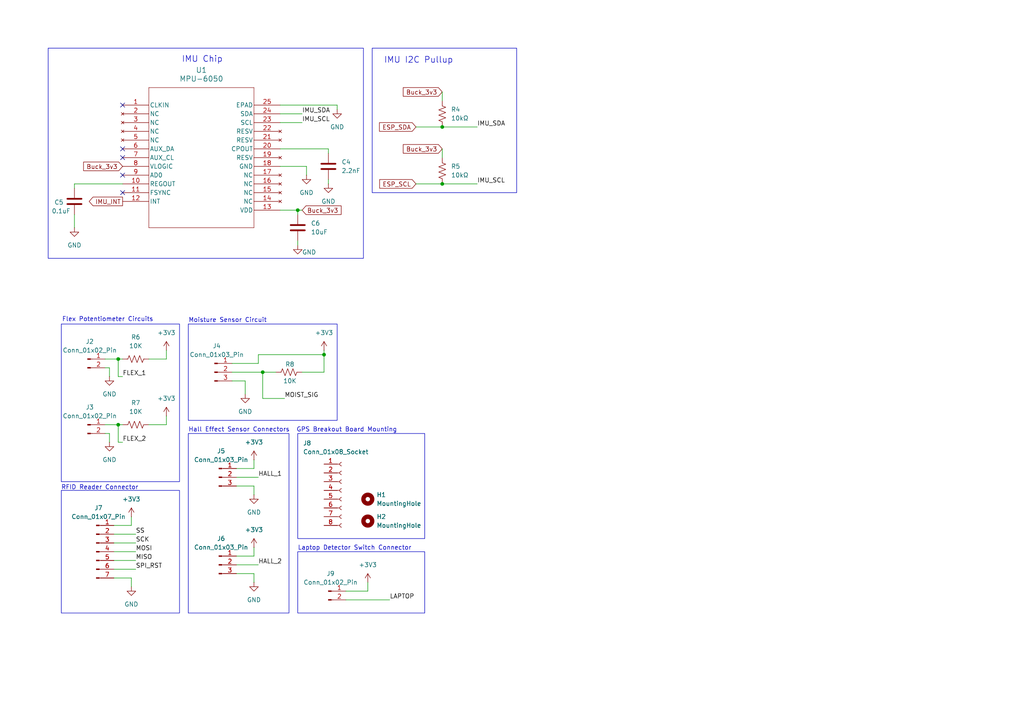
<source format=kicad_sch>
(kicad_sch (version 20250114) (generator "eeschema") (generator_version "9.0")
  (paper "A4")
  (lib_symbols
    (symbol "Connector:Conn_01x02_Pin" (pin_names (offset 1.016) (hide yes))
      (property "Reference" "J" (at 0 2.54 0))
      (property "Value" "Conn_01x02_Pin" (at 0 -5.08 0))
      (symbol "Conn_01x02_Pin_1_1"
        (rectangle (start 0.8636 0.127) (end 0 -0.127) (stroke (width 0.1524)) (fill (type outline)))
        (rectangle (start 0.8636 -2.413) (end 0 -2.667) (stroke (width 0.1524)) (fill (type outline)))
        (polyline (pts (xy 1.27 0) (xy 0.8636 0)) (stroke (width 0.1524)))
        (polyline (pts (xy 1.27 -2.54) (xy 0.8636 -2.54)) (stroke (width 0.1524)))
        (pin passive line (at 5.08 0 180) (length 3.81) (name "Pin_1") (number "1"))
        (pin passive line (at 5.08 -2.54 180) (length 3.81) (name "Pin_2") (number "2"))
      )
    )
    (symbol "Connector:Conn_01x03_Pin" (pin_names (offset 1.016) (hide yes))
      (property "Reference" "J" (at 0 5.08 0))
      (property "Value" "Conn_01x03_Pin" (at 0 -5.08 0))
      (symbol "Conn_01x03_Pin_1_1"
        (rectangle (start 0.8636 2.667) (end 0 2.413) (stroke (width 0.1524)) (fill (type outline)))
        (rectangle (start 0.8636 0.127) (end 0 -0.127) (stroke (width 0.1524)) (fill (type outline)))
        (rectangle (start 0.8636 -2.413) (end 0 -2.667) (stroke (width 0.1524)) (fill (type outline)))
        (polyline (pts (xy 1.27 2.54) (xy 0.8636 2.54)) (stroke (width 0.1524)))
        (polyline (pts (xy 1.27 0) (xy 0.8636 0)) (stroke (width 0.1524)))
        (polyline (pts (xy 1.27 -2.54) (xy 0.8636 -2.54)) (stroke (width 0.1524)))
        (pin passive line (at 5.08 2.54 180) (length 3.81) (name "Pin_1") (number "1"))
        (pin passive line (at 5.08 0 180) (length 3.81) (name "Pin_2") (number "2"))
        (pin passive line (at 5.08 -2.54 180) (length 3.81) (name "Pin_3") (number "3"))
      )
    )
    (symbol "Connector:Conn_01x07_Pin" (pin_names (offset 1.016) (hide yes))
      (property "Reference" "J" (at 0 10.16 0))
      (property "Value" "Conn_01x07_Pin" (at 0 -10.16 0))
      (symbol "Conn_01x07_Pin_1_1"
        (rectangle (start 0.8636 7.747) (end 0 7.493) (stroke (width 0.1524)) (fill (type outline)))
        (rectangle (start 0.8636 5.207) (end 0 4.953) (stroke (width 0.1524)) (fill (type outline)))
        (rectangle (start 0.8636 2.667) (end 0 2.413) (stroke (width 0.1524)) (fill (type outline)))
        (rectangle (start 0.8636 0.127) (end 0 -0.127) (stroke (width 0.1524)) (fill (type outline)))
        (rectangle (start 0.8636 -2.413) (end 0 -2.667) (stroke (width 0.1524)) (fill (type outline)))
        (rectangle (start 0.8636 -4.953) (end 0 -5.207) (stroke (width 0.1524)) (fill (type outline)))
        (rectangle (start 0.8636 -7.493) (end 0 -7.747) (stroke (width 0.1524)) (fill (type outline)))
        (polyline (pts (xy 1.27 7.62) (xy 0.8636 7.62)) (stroke (width 0.1524)))
        (polyline (pts (xy 1.27 5.08) (xy 0.8636 5.08)) (stroke (width 0.1524)))
        (polyline (pts (xy 1.27 2.54) (xy 0.8636 2.54)) (stroke (width 0.1524)))
        (polyline (pts (xy 1.27 0) (xy 0.8636 0)) (stroke (width 0.1524)))
        (polyline (pts (xy 1.27 -2.54) (xy 0.8636 -2.54)) (stroke (width 0.1524)))
        (polyline (pts (xy 1.27 -5.08) (xy 0.8636 -5.08)) (stroke (width 0.1524)))
        (polyline (pts (xy 1.27 -7.62) (xy 0.8636 -7.62)) (stroke (width 0.1524)))
        (pin passive line (at 5.08 7.62 180) (length 3.81) (name "Pin_1") (number "1"))
        (pin passive line (at 5.08 5.08 180) (length 3.81) (name "Pin_2") (number "2"))
        (pin passive line (at 5.08 2.54 180) (length 3.81) (name "Pin_3") (number "3"))
        (pin passive line (at 5.08 0 180) (length 3.81) (name "Pin_4") (number "4"))
        (pin passive line (at 5.08 -2.54 180) (length 3.81) (name "Pin_5") (number "5"))
        (pin passive line (at 5.08 -5.08 180) (length 3.81) (name "Pin_6") (number "6"))
        (pin passive line (at 5.08 -7.62 180) (length 3.81) (name "Pin_7") (number "7"))
      )
    )
    (symbol "Connector:Conn_01x08_Socket" (pin_names (offset 1.016) (hide yes))
      (property "Reference" "J" (at 0 10.16 0))
      (property "Value" "Conn_01x08_Socket" (at 0 -12.7 0))
      (symbol "Conn_01x08_Socket_1_1"
        (polyline (pts (xy -1.27 7.62) (xy -0.508 7.62)) (stroke (width 0.1524)))
        (polyline (pts (xy -1.27 5.08) (xy -0.508 5.08)) (stroke (width 0.1524)))
        (polyline (pts (xy -1.27 2.54) (xy -0.508 2.54)) (stroke (width 0.1524)))
        (polyline (pts (xy -1.27 0) (xy -0.508 0)) (stroke (width 0.1524)))
        (polyline (pts (xy -1.27 -2.54) (xy -0.508 -2.54)) (stroke (width 0.1524)))
        (polyline (pts (xy -1.27 -5.08) (xy -0.508 -5.08)) (stroke (width 0.1524)))
        (polyline (pts (xy -1.27 -7.62) (xy -0.508 -7.62)) (stroke (width 0.1524)))
        (polyline (pts (xy -1.27 -10.16) (xy -0.508 -10.16)) (stroke (width 0.1524)))
        (arc (start 0 7.112) (mid -0.5058 7.62) (end 0 8.128) (stroke (width 0.1524)))
        (arc (start 0 4.572) (mid -0.5058 5.08) (end 0 5.588) (stroke (width 0.1524)))
        (arc (start 0 2.032) (mid -0.5058 2.54) (end 0 3.048) (stroke (width 0.1524)))
        (arc (start 0 -0.508) (mid -0.5058 0) (end 0 0.508) (stroke (width 0.1524)))
        (arc (start 0 -3.048) (mid -0.5058 -2.54) (end 0 -2.032) (stroke (width 0.1524)))
        (arc (start 0 -5.588) (mid -0.5058 -5.08) (end 0 -4.572) (stroke (width 0.1524)))
        (arc (start 0 -8.128) (mid -0.5058 -7.62) (end 0 -7.112) (stroke (width 0.1524)))
        (arc (start 0 -10.668) (mid -0.5058 -10.16) (end 0 -9.652) (stroke (width 0.1524)))
        (pin passive line (at -5.08 7.62 0) (length 3.81) (name "Pin_1") (number "1"))
        (pin passive line (at -5.08 5.08 0) (length 3.81) (name "Pin_2") (number "2"))
        (pin passive line (at -5.08 2.54 0) (length 3.81) (name "Pin_3") (number "3"))
        (pin passive line (at -5.08 0 0) (length 3.81) (name "Pin_4") (number "4"))
        (pin passive line (at -5.08 -2.54 0) (length 3.81) (name "Pin_5") (number "5"))
        (pin passive line (at -5.08 -5.08 0) (length 3.81) (name "Pin_6") (number "6"))
        (pin passive line (at -5.08 -7.62 0) (length 3.81) (name "Pin_7") (number "7"))
        (pin passive line (at -5.08 -10.16 0) (length 3.81) (name "Pin_8") (number "8"))
      )
    )
    (symbol "Device:C" (pin_numbers (hide yes)) (pin_names (offset 0.254))
      (property "Reference" "C" (at 0.635 2.54 0))
      (property "Value" "C" (at 0.635 -2.54 0))
      (symbol "C_0_1"
        (polyline (pts (xy -2.032 0.762) (xy 2.032 0.762)) (stroke (width 0.508)))
        (polyline (pts (xy -2.032 -0.762) (xy 2.032 -0.762)) (stroke (width 0.508)))
      )
      (symbol "C_1_1"
        (pin passive line (at 0 3.81 270) (length 2.794) (name "~") (number "1"))
        (pin passive line (at 0 -3.81 90) (length 2.794) (name "~") (number "2"))
      )
    )
    (symbol "Device:R_US" (pin_numbers (hide yes)) (pin_names (offset 0))
      (property "Reference" "R" (at 2.54 0 90))
      (property "Value" "R_US" (at -2.54 0 90))
      (symbol "R_US_0_1"
        (polyline (pts (xy 0 2.286) (xy 0 2.54)))
        (polyline (pts (xy 0 2.286) (xy 1.016 1.905) (xy 0 1.524) (xy -1.016 1.143) (xy 0 0.762)))
        (polyline (pts (xy 0 0.762) (xy 1.016 0.381) (xy 0 0) (xy -1.016 -0.381) (xy 0 -0.762)))
        (polyline (pts (xy 0 -0.762) (xy 1.016 -1.143) (xy 0 -1.524) (xy -1.016 -1.905) (xy 0 -2.286)))
        (polyline (pts (xy 0 -2.286) (xy 0 -2.54)))
      )
      (symbol "R_US_1_1"
        (pin passive line (at 0 3.81 270) (length 1.27) (name "~") (number "1"))
        (pin passive line (at 0 -3.81 90) (length 1.27) (name "~") (number "2"))
      )
    )
    (symbol "IMU:MPU-6050" (pin_names (offset 0.254))
      (property "Reference" "U" (at 22.86 10.16 0))
      (property "Value" "MPU-6050" (at 22.86 7.62 0))
      (symbol "MPU-6050_0_1"
        (polyline (pts (xy 7.62 5.08) (xy 7.62 -35.56)) (stroke (width 0.127)))
        (polyline (pts (xy 7.62 -35.56) (xy 38.1 -35.56)) (stroke (width 0.127)))
        (polyline (pts (xy 38.1 5.08) (xy 7.62 5.08)) (stroke (width 0.127)))
        (polyline (pts (xy 38.1 -35.56) (xy 38.1 5.08)) (stroke (width 0.127)))
        (pin input line (at 0 0 0) (length 7.62) (name "CLKIN") (number "1"))
        (pin no_connect line (at 0 -2.54 0) (length 7.62) (name "NC") (number "2"))
        (pin no_connect line (at 0 -5.08 0) (length 7.62) (name "NC") (number "3"))
        (pin no_connect line (at 0 -7.62 0) (length 7.62) (name "NC") (number "4"))
        (pin no_connect line (at 0 -10.16 0) (length 7.62) (name "NC") (number "5"))
        (pin unspecified line (at 0 -12.7 0) (length 7.62) (name "AUX_DA") (number "6"))
        (pin unspecified line (at 0 -15.24 0) (length 7.62) (name "AUX_CL") (number "7"))
        (pin power_in line (at 0 -17.78 0) (length 7.62) (name "VLOGIC") (number "8"))
        (pin bidirectional line (at 0 -20.32 0) (length 7.62) (name "AD0") (number "9"))
        (pin output line (at 0 -22.86 0) (length 7.62) (name "REGOUT") (number "10"))
        (pin unspecified line (at 0 -25.4 0) (length 7.62) (name "FSYNC") (number "11"))
        (pin output line (at 0 -27.94 0) (length 7.62) (name "INT") (number "12"))
        (pin unspecified line (at 45.72 0 180) (length 7.62) (name "EPAD") (number "25"))
        (pin unspecified line (at 45.72 -2.54 180) (length 7.62) (name "SDA") (number "24"))
        (pin unspecified line (at 45.72 -5.08 180) (length 7.62) (name "SCL") (number "23"))
        (pin no_connect line (at 45.72 -7.62 180) (length 7.62) (name "RESV") (number "22"))
        (pin no_connect line (at 45.72 -10.16 180) (length 7.62) (name "RESV") (number "21"))
        (pin output line (at 45.72 -12.7 180) (length 7.62) (name "CPOUT") (number "20"))
        (pin no_connect line (at 45.72 -15.24 180) (length 7.62) (name "RESV") (number "19"))
        (pin power_out line (at 45.72 -17.78 180) (length 7.62) (name "GND") (number "18"))
        (pin no_connect line (at 45.72 -20.32 180) (length 7.62) (name "NC") (number "17"))
        (pin no_connect line (at 45.72 -22.86 180) (length 7.62) (name "NC") (number "16"))
        (pin no_connect line (at 45.72 -25.4 180) (length 7.62) (name "NC") (number "15"))
        (pin no_connect line (at 45.72 -27.94 180) (length 7.62) (name "NC") (number "14"))
        (pin power_in line (at 45.72 -30.48 180) (length 7.62) (name "VDD") (number "13"))
      )
    )
    (symbol "Mechanical:MountingHole" (pin_names (offset 1.016)) (in_bom no)
      (property "Reference" "H" (at 0 5.08 0))
      (property "Value" "MountingHole" (at 0 3.175 0))
      (symbol "MountingHole_0_1"
        (circle (center 0 0) (radius 1.27) (stroke (width 1.27)))
      )
    )
    (symbol "power:+3V3" (power) (pin_numbers (hide yes)) (pin_names (offset 0) (hide yes))
      (property "Value" "+3V3" (at 0 3.556 0))
      (symbol "+3V3_0_1"
        (polyline (pts (xy -0.762 1.27) (xy 0 2.54)))
        (polyline (pts (xy 0 2.54) (xy 0.762 1.27)))
        (polyline (pts (xy 0 0) (xy 0 2.54)))
      )
      (symbol "+3V3_1_1"
        (pin power_in line (at 0 0 90) (length 0) (name "~") (number "1"))
      )
    )
    (symbol "power:GND" (power) (pin_numbers (hide yes)) (pin_names (offset 0) (hide yes))
      (property "Value" "GND" (at 0 -3.81 0))
      (symbol "GND_0_1"
        (polyline (pts (xy 0 0) (xy 0 -1.27) (xy 1.27 -1.27) (xy 0 -2.54) (xy -1.27 -1.27) (xy 0 -1.27)))
      )
      (symbol "GND_1_1"
        (pin power_in line (at 0 0 270) (length 0) (name "~") (number "1"))
      )
    )
  )
  (rectangle (start 13.97 13.97) (end 105.41 74.93))
  (rectangle (start 86.36 160.02) (end 123.19 177.8))
  (rectangle (start 17.78 142.24) (end 52.07 177.8))
  (rectangle (start 54.61 125.73) (end 83.82 177.8))
  (rectangle (start 17.78 93.98) (end 52.07 139.7))
  (rectangle (start 107.95 13.97) (end 149.86 55.88))
  (rectangle (start 86.36 125.73) (end 123.19 156.21))
  (rectangle (start 54.61 93.98) (end 97.79 121.92))
  (text "IMU I2C Pullup" (at 121.412 17.526 0) (effects (font (size 1.75 1.75))))
  (text "Laptop Detector Switch Connector" (at 102.87 159.004 0) (effects (font (size 1.27 1.27))))
  (text "GPS Breakout Board Mounting" (at 100.584 124.714 0) (effects (font (size 1.27 1.27))))
  (text "RFID Reader Connector" (at 28.956 141.478 0) (effects (font (size 1.27 1.27))))
  (text "Flex Potentiometer Circuits" (at 31.242 92.71 0) (effects (font (size 1.27 1.27))))
  (text "Moisture Sensor Circuit" (at 66.04 92.964 0) (effects (font (size 1.27 1.27))))
  (text "Hall Effect Sensor Connectors" (at 69.342 124.714 0) (effects (font (size 1.27 1.27))))
  (text "IMU Chip" (at 58.674 17.272 0) (effects (font (size 1.75 1.75))))
  (junction (at 76.2 107.95))
  (junction (at 128.27 36.83))
  (junction (at 93.98 102.87))
  (junction (at 128.27 53.34))
  (junction (at 34.29 104.14))
  (junction (at 86.36 60.96))
  (junction (at 34.29 123.19))
  (no_connect (at 35.56 30.48))
  (no_connect (at 35.56 45.72))
  (no_connect (at 35.56 55.88))
  (no_connect (at 35.56 43.18))
  (no_connect (at 35.56 50.8))
  (wire (pts (xy 34.29 104.14) (xy 34.29 109.22)))
  (wire (pts (xy 120.65 36.83) (xy 128.27 36.83)))
  (wire (pts (xy 33.02 157.48) (xy 39.37 157.48)))
  (wire (pts (xy 30.48 125.73) (xy 31.75 125.73)))
  (wire (pts (xy 81.28 35.56) (xy 87.63 35.56)))
  (wire (pts (xy 68.58 135.89) (xy 73.66 135.89)))
  (wire (pts (xy 34.29 109.22) (xy 35.56 109.22)))
  (wire (pts (xy 34.29 123.19) (xy 35.56 123.19)))
  (wire (pts (xy 68.58 166.37) (xy 73.66 166.37)))
  (wire (pts (xy 68.58 140.97) (xy 73.66 140.97)))
  (wire (pts (xy 68.58 138.43) (xy 74.93 138.43)))
  (wire (pts (xy 76.2 107.95) (xy 80.01 107.95)))
  (wire (pts (xy 87.63 107.95) (xy 93.98 107.95)))
  (wire (pts (xy 86.36 60.96) (xy 86.36 62.23)))
  (wire (pts (xy 33.02 152.4) (xy 38.1 152.4)))
  (wire (pts (xy 33.02 162.56) (xy 39.37 162.56)))
  (wire (pts (xy 73.66 166.37) (xy 73.66 168.91)))
  (wire (pts (xy 38.1 167.64) (xy 38.1 170.18)))
  (wire (pts (xy 128.27 26.67) (xy 128.27 29.21)))
  (wire (pts (xy 128.27 43.18) (xy 128.27 45.72)))
  (wire (pts (xy 128.27 36.83) (xy 138.43 36.83)))
  (wire (pts (xy 74.93 105.41) (xy 67.31 105.41)))
  (wire (pts (xy 76.2 115.57) (xy 82.55 115.57)))
  (wire (pts (xy 87.63 60.96) (xy 86.36 60.96)))
  (wire (pts (xy 21.59 62.23) (xy 21.59 66.04)))
  (wire (pts (xy 106.68 171.45) (xy 106.68 168.91)))
  (wire (pts (xy 93.98 101.6) (xy 93.98 102.87)))
  (wire (pts (xy 68.58 163.83) (xy 74.93 163.83)))
  (wire (pts (xy 30.48 123.19) (xy 34.29 123.19)))
  (wire (pts (xy 21.59 53.34) (xy 21.59 54.61)))
  (wire (pts (xy 67.31 110.49) (xy 71.12 110.49)))
  (wire (pts (xy 33.02 160.02) (xy 39.37 160.02)))
  (wire (pts (xy 81.28 33.02) (xy 87.63 33.02)))
  (wire (pts (xy 30.48 106.68) (xy 31.75 106.68)))
  (wire (pts (xy 74.93 102.87) (xy 93.98 102.87)))
  (wire (pts (xy 73.66 140.97) (xy 73.66 143.51)))
  (wire (pts (xy 71.12 110.49) (xy 71.12 114.3)))
  (wire (pts (xy 93.98 102.87) (xy 93.98 107.95)))
  (wire (pts (xy 74.93 102.87) (xy 74.93 105.41)))
  (wire (pts (xy 95.25 44.45) (xy 95.25 43.18)))
  (wire (pts (xy 120.65 53.34) (xy 128.27 53.34)))
  (wire (pts (xy 31.75 106.68) (xy 31.75 109.22)))
  (wire (pts (xy 88.9 48.26) (xy 88.9 50.8)))
  (wire (pts (xy 73.66 158.75) (xy 73.66 161.29)))
  (wire (pts (xy 43.18 123.19) (xy 48.26 123.19)))
  (wire (pts (xy 43.18 104.14) (xy 48.26 104.14)))
  (wire (pts (xy 48.26 101.6) (xy 48.26 104.14)))
  (wire (pts (xy 21.59 53.34) (xy 35.56 53.34)))
  (wire (pts (xy 31.75 125.73) (xy 31.75 128.27)))
  (wire (pts (xy 34.29 123.19) (xy 34.29 128.27)))
  (wire (pts (xy 95.25 43.18) (xy 81.28 43.18)))
  (wire (pts (xy 30.48 104.14) (xy 34.29 104.14)))
  (wire (pts (xy 34.29 128.27) (xy 35.56 128.27)))
  (wire (pts (xy 73.66 133.35) (xy 73.66 135.89)))
  (wire (pts (xy 81.28 48.26) (xy 88.9 48.26)))
  (wire (pts (xy 100.33 171.45) (xy 106.68 171.45)))
  (wire (pts (xy 67.31 107.95) (xy 76.2 107.95)))
  (wire (pts (xy 34.29 104.14) (xy 35.56 104.14)))
  (wire (pts (xy 33.02 154.94) (xy 39.37 154.94)))
  (wire (pts (xy 38.1 149.86) (xy 38.1 152.4)))
  (wire (pts (xy 86.36 69.85) (xy 86.36 71.12)))
  (wire (pts (xy 76.2 107.95) (xy 76.2 115.57)))
  (wire (pts (xy 97.79 30.48) (xy 97.79 31.75)))
  (wire (pts (xy 33.02 165.1) (xy 39.37 165.1)))
  (wire (pts (xy 100.33 173.99) (xy 113.03 173.99)))
  (wire (pts (xy 128.27 53.34) (xy 138.43 53.34)))
  (wire (pts (xy 33.02 167.64) (xy 38.1 167.64)))
  (wire (pts (xy 48.26 120.65) (xy 48.26 123.19)))
  (wire (pts (xy 68.58 161.29) (xy 73.66 161.29)))
  (wire (pts (xy 81.28 30.48) (xy 97.79 30.48)))
  (wire (pts (xy 95.25 52.07) (xy 95.25 53.34)))
  (wire (pts (xy 86.36 60.96) (xy 81.28 60.96)))
  (label "IMU_SDA" (at 87.63 33.02 0))
  (label "MISO" (at 39.37 162.56 0))
  (label "SPI_RST" (at 39.37 165.1 0))
  (label "LAPTOP" (at 113.03 173.99 0))
  (label "IMU_SDA" (at 138.43 36.83 0))
  (label "SCK" (at 39.37 157.48 0))
  (label "MOSI" (at 39.37 160.02 0))
  (label "SS" (at 39.37 154.94 0))
  (label "MOIST_SIG" (at 82.55 115.57 0))
  (label "HALL_2" (at 74.93 163.83 0))
  (label "FLEX_2" (at 35.56 128.27 0))
  (label "IMU_SCL" (at 138.43 53.34 0))
  (label "IMU_SCL" (at 87.63 35.56 0))
  (label "FLEX_1" (at 35.56 109.22 0))
  (label "HALL_1" (at 74.93 138.43 0))
  (global_label "IMU_INT" (shape output) (at 35.56 58.42 180) (property "Intersheetrefs" "${INTERSHEET_REFS}" (effects (hide yes))))
  (global_label "ESP_SDA" (shape input) (at 120.65 36.83 180) (property "Intersheetrefs" "${INTERSHEET_REFS}" (effects (hide yes))))
  (global_label "Buck_3v3" (shape input) (at 35.56 48.26 180) (property "Intersheetrefs" "${INTERSHEET_REFS}" (effects (hide yes))))
  (global_label "ESP_SCL" (shape input) (at 120.65 53.34 180) (property "Intersheetrefs" "${INTERSHEET_REFS}" (effects (hide yes))))
  (global_label "Buck_3v3" (shape input) (at 87.63 60.96 0) (property "Intersheetrefs" "${INTERSHEET_REFS}" (effects (hide yes))))
  (global_label "Buck_3v3" (shape input) (at 128.27 43.18 180) (property "Intersheetrefs" "${INTERSHEET_REFS}" (effects (hide yes))))
  (global_label "Buck_3v3" (shape input) (at 128.27 26.67 180) (property "Intersheetrefs" "${INTERSHEET_REFS}" (effects (hide yes))))
  (symbol (lib_id "Device:C") (at 21.59 58.42 0) (unit 1)
    (property "Reference" "C5" (at 15.748 58.674 0) (effects (justify left)))
    (property "Value" "0.1uF" (at 14.986 61.214 0) (effects (justify left)))
    (property "Description" "Unpolarized capacitor" (effects (hide yes)))
  )
  (symbol (lib_id "Device:R_US") (at 128.27 49.53 0) (unit 1)
    (property "Reference" "R5" (at 130.81 48.2599 0) (effects (justify left)))
    (property "Value" "10kΩ" (at 130.81 50.7999 0) (effects (justify left)))
    (property "Description" "Resistor, US symbol" (effects (hide yes)))
  )
  (symbol (lib_id "Connector:Conn_01x08_Socket") (at 99.06 142.24 0) (unit 1)
    (property "Reference" "J8" (at 87.884 128.524 0) (effects (justify left)))
    (property "Value" "Conn_01x08_Socket" (at 87.884 131.064 0) (effects (justify left)))
    (property "Footprint" "Connector_PinHeader_2.54mm:PinHeader_1x08_P2.54mm_Vertical" (effects (hide yes)))
    (property "Description" "Generic connector, single row, 01x08, script generated" (effects (hide yes)))
  )
  (symbol (lib_id "power:GND") (at 73.66 168.91 0) (unit 1)
    (property "Reference" "#PWR021" (effects (hide yes)))
    (property "Value" "GND" (at 73.66 173.99 0))
    (property "Description" "Power symbol creates a global label with name \"GND\" , ground" (effects (hide yes)))
  )
  (symbol (lib_id "Device:R_US") (at 39.37 104.14 90) (unit 1)
    (property "Reference" "R6" (at 39.37 97.79 90))
    (property "Value" "10K" (at 39.37 100.33 90))
    (property "Description" "Resistor, US symbol" (effects (hide yes)))
  )
  (symbol (lib_id "power:GND") (at 31.75 128.27 0) (unit 1)
    (property "Reference" "#PWR014" (effects (hide yes)))
    (property "Value" "GND" (at 31.75 133.35 0))
    (property "Description" "Power symbol creates a global label with name \"GND\" , ground" (effects (hide yes)))
  )
  (symbol (lib_id "power:GND") (at 73.66 143.51 0) (unit 1)
    (property "Reference" "#PWR019" (effects (hide yes)))
    (property "Value" "GND" (at 73.66 148.59 0))
    (property "Description" "Power symbol creates a global label with name \"GND\" , ground" (effects (hide yes)))
  )
  (symbol (lib_id "power:GND") (at 95.25 53.34 0) (unit 1)
    (property "Reference" "#PWR09" (effects (hide yes)))
    (property "Value" "GND" (at 95.25 58.42 0))
    (property "Description" "Power symbol creates a global label with name \"GND\" , ground" (effects (hide yes)))
  )
  (symbol (lib_id "power:+3V3") (at 106.68 168.91 0) (unit 1)
    (property "Reference" "#PWR029" (effects (hide yes)))
    (property "Value" "+3V3" (at 106.68 163.83 0))
    (property "Description" "Power symbol creates a global label with name \"+3V3\"" (effects (hide yes)))
  )
  (symbol (lib_id "power:GND") (at 21.59 66.04 0) (unit 1)
    (property "Reference" "#PWR08" (effects (hide yes)))
    (property "Value" "GND" (at 21.59 71.12 0))
    (property "Description" "Power symbol creates a global label with name \"GND\" , ground" (effects (hide yes)))
  )
  (symbol (lib_id "Connector:Conn_01x02_Pin") (at 95.25 171.45 0) (unit 1)
    (property "Reference" "J9" (at 95.885 166.37 0))
    (property "Value" "Conn_01x02_Pin" (at 95.885 168.91 0))
    (property "Footprint" "Connector_JST:JST_VH_B2P-VH_1x02_P3.96mm_Vertical" (effects (hide yes)))
    (property "Description" "Generic connector, single row, 01x02, script generated" (effects (hide yes)))
  )
  (symbol (lib_id "power:GND") (at 38.1 170.18 0) (unit 1)
    (property "Reference" "#PWR023" (effects (hide yes)))
    (property "Value" "GND" (at 38.1 175.26 0))
    (property "Description" "Power symbol creates a global label with name \"GND\" , ground" (effects (hide yes)))
  )
  (symbol (lib_id "power:GND") (at 97.79 31.75 0) (unit 1)
    (property "Reference" "#PWR011" (effects (hide yes)))
    (property "Value" "GND" (at 97.79 36.83 0))
    (property "Description" "Power symbol creates a global label with name \"GND\" , ground" (effects (hide yes)))
  )
  (symbol (lib_id "Connector:Conn_01x02_Pin") (at 25.4 104.14 0) (unit 1)
    (property "Reference" "J2" (at 26.035 99.06 0))
    (property "Value" "Conn_01x02_Pin" (at 26.035 101.6 0))
    (property "Footprint" "Connector_JST:JST_VH_B2P-VH_1x02_P3.96mm_Vertical" (effects (hide yes)))
    (property "Description" "Generic connector, single row, 01x02, script generated" (effects (hide yes)))
  )
  (symbol (lib_id "power:+3V3") (at 48.26 101.6 0) (unit 1)
    (property "Reference" "#PWR013" (effects (hide yes)))
    (property "Value" "+3V3" (at 48.26 96.52 0))
    (property "Description" "Power symbol creates a global label with name \"+3V3\"" (effects (hide yes)))
  )
  (symbol (lib_id "power:+3V3") (at 93.98 101.6 0) (unit 1)
    (property "Reference" "#PWR016" (effects (hide yes)))
    (property "Value" "+3V3" (at 93.98 96.52 0))
    (property "Description" "Power symbol creates a global label with name \"+3V3\"" (effects (hide yes)))
  )
  (symbol (lib_id "Connector:Conn_01x02_Pin") (at 25.4 123.19 0) (unit 1)
    (property "Reference" "J3" (at 26.035 118.11 0))
    (property "Value" "Conn_01x02_Pin" (at 26.035 120.65 0))
    (property "Footprint" "Connector_JST:JST_VH_B2P-VH_1x02_P3.96mm_Vertical" (effects (hide yes)))
    (property "Description" "Generic connector, single row, 01x02, script generated" (effects (hide yes)))
  )
  (symbol (lib_id "power:+3V3") (at 73.66 133.35 0) (unit 1)
    (property "Reference" "#PWR018" (effects (hide yes)))
    (property "Value" "+3V3" (at 73.66 128.27 0))
    (property "Description" "Power symbol creates a global label with name \"+3V3\"" (effects (hide yes)))
  )
  (symbol (lib_id "Connector:Conn_01x07_Pin") (at 27.94 160.02 0) (unit 1)
    (property "Reference" "J7" (at 28.575 147.32 0))
    (property "Value" "Conn_01x07_Pin" (at 28.575 149.86 0))
    (property "Footprint" "Connector_JST:JST_VH_B7P-VH_1x07_P3.96mm_Vertical" (effects (hide yes)))
    (property "Description" "Generic connector, single row, 01x07, script generated" (effects (hide yes)))
  )
  (symbol (lib_id "IMU:MPU-6050") (at 35.56 30.48 0) (unit 1)
    (property "Reference" "U1" (at 58.42 20.32 0) (effects (font (size 1.524 1.524))))
    (property "Value" "MPU-6050" (at 58.42 22.86 0) (effects (font (size 1.524 1.524))))
    (property "Footprint" "IMU:QFN24_4X4X0P9-0P5_TDK-L" (effects (hide yes)))
    (property "Datasheet" "MPU-6050" (effects (hide yes)))
  )
  (symbol (lib_id "Device:R_US") (at 128.27 33.02 0) (unit 1)
    (property "Reference" "R4" (at 130.81 31.7499 0) (effects (justify left)))
    (property "Value" "10kΩ" (at 130.81 34.2899 0) (effects (justify left)))
    (property "Description" "Resistor, US symbol" (effects (hide yes)))
  )
  (symbol (lib_id "Device:R_US") (at 39.37 123.19 90) (unit 1)
    (property "Reference" "R7" (at 39.37 116.84 90))
    (property "Value" "10K" (at 39.37 119.38 90))
    (property "Description" "Resistor, US symbol" (effects (hide yes)))
  )
  (symbol (lib_id "power:GND") (at 71.12 114.3 0) (unit 1)
    (property "Reference" "#PWR017" (effects (hide yes)))
    (property "Value" "GND" (at 71.12 119.38 0))
    (property "Description" "Power symbol creates a global label with name \"GND\" , ground" (effects (hide yes)))
  )
  (symbol (lib_id "power:GND") (at 31.75 109.22 0) (unit 1)
    (property "Reference" "#PWR012" (effects (hide yes)))
    (property "Value" "GND" (at 31.75 114.3 0))
    (property "Description" "Power symbol creates a global label with name \"GND\" , ground" (effects (hide yes)))
  )
  (symbol (lib_id "Mechanical:MountingHole") (at 106.68 151.13 0) (unit 1) (in_bom no)
    (property "Reference" "H2" (at 109.22 149.8599 0) (effects (justify left)))
    (property "Value" "MountingHole" (at 109.22 152.3999 0) (effects (justify left)))
    (property "Footprint" "MountingHole:MountingHole_2.2mm_M2" (effects (hide yes)))
    (property "Description" "Mounting Hole without connection" (effects (hide yes)))
  )
  (symbol (lib_id "Device:C") (at 95.25 48.26 0) (unit 1)
    (property "Reference" "C4" (at 99.06 46.9899 0) (effects (justify left)))
    (property "Value" "2.2nF" (at 99.06 49.5299 0) (effects (justify left)))
    (property "Description" "Unpolarized capacitor" (effects (hide yes)))
  )
  (symbol (lib_id "Device:R_US") (at 83.82 107.95 90) (unit 1)
    (property "Reference" "R8" (at 84.074 105.664 90))
    (property "Value" "10K" (at 84.074 110.49 90))
    (property "Description" "Resistor, US symbol" (effects (hide yes)))
  )
  (symbol (lib_id "Device:C") (at 86.36 66.04 0) (unit 1)
    (property "Reference" "C6" (at 90.17 64.7699 0) (effects (justify left)))
    (property "Value" "10uF" (at 90.17 67.3099 0) (effects (justify left)))
    (property "Description" "Unpolarized capacitor" (effects (hide yes)))
  )
  (symbol (lib_id "power:+3V3") (at 48.26 120.65 0) (unit 1)
    (property "Reference" "#PWR015" (effects (hide yes)))
    (property "Value" "+3V3" (at 48.26 115.57 0))
    (property "Description" "Power symbol creates a global label with name \"+3V3\"" (effects (hide yes)))
  )
  (symbol (lib_id "Connector:Conn_01x03_Pin") (at 63.5 138.43 0) (unit 1)
    (property "Reference" "J5" (at 64.135 130.81 0))
    (property "Value" "Conn_01x03_Pin" (at 64.135 133.35 0))
    (property "Footprint" "Connector_JST:JST_VH_B3P-VH_1x03_P3.96mm_Vertical" (effects (hide yes)))
    (property "Description" "Generic connector, single row, 01x03, script generated" (effects (hide yes)))
  )
  (symbol (lib_id "power:GND") (at 88.9 50.8 0) (unit 1)
    (property "Reference" "#PWR010" (effects (hide yes)))
    (property "Value" "GND" (at 88.9 55.88 0))
    (property "Description" "Power symbol creates a global label with name \"GND\" , ground" (effects (hide yes)))
  )
  (symbol (lib_id "power:GND") (at 86.36 71.12 0) (unit 1)
    (property "Reference" "#PWR024" (effects (hide yes)))
    (property "Value" "GND" (at 89.662 73.152 0))
    (property "Description" "Power symbol creates a global label with name \"GND\" , ground" (effects (hide yes)))
  )
  (symbol (lib_id "power:+3V3") (at 73.66 158.75 0) (unit 1)
    (property "Reference" "#PWR020" (effects (hide yes)))
    (property "Value" "+3V3" (at 73.66 153.67 0))
    (property "Description" "Power symbol creates a global label with name \"+3V3\"" (effects (hide yes)))
  )
  (symbol (lib_id "power:+3V3") (at 38.1 149.86 0) (unit 1)
    (property "Reference" "#PWR022" (effects (hide yes)))
    (property "Value" "+3V3" (at 38.1 144.78 0))
    (property "Description" "Power symbol creates a global label with name \"+3V3\"" (effects (hide yes)))
  )
  (symbol (lib_id "Mechanical:MountingHole") (at 106.68 144.78 0) (unit 1) (in_bom no)
    (property "Reference" "H1" (at 109.22 143.5099 0) (effects (justify left)))
    (property "Value" "MountingHole" (at 109.22 146.0499 0) (effects (justify left)))
    (property "Footprint" "MountingHole:MountingHole_2.2mm_M2" (effects (hide yes)))
    (property "Description" "Mounting Hole without connection" (effects (hide yes)))
  )
  (symbol (lib_id "Connector:Conn_01x03_Pin") (at 63.5 163.83 0) (unit 1)
    (property "Reference" "J6" (at 64.135 156.21 0))
    (property "Value" "Conn_01x03_Pin" (at 64.135 158.75 0))
    (property "Footprint" "Connector_JST:JST_VH_B3P-VH_1x03_P3.96mm_Vertical" (effects (hide yes)))
    (property "Description" "Generic connector, single row, 01x03, script generated" (effects (hide yes)))
  )
  (symbol (lib_id "Connector:Conn_01x03_Pin") (at 62.23 107.95 0) (unit 1)
    (property "Reference" "J4" (at 62.865 100.33 0))
    (property "Value" "Conn_01x03_Pin" (at 62.865 102.87 0))
    (property "Footprint" "Connector_JST:JST_VH_B3P-VH_1x03_P3.96mm_Vertical" (effects (hide yes)))
    (property "Description" "Generic connector, single row, 01x03, script generated" (effects (hide yes)))
  )
)
</source>
